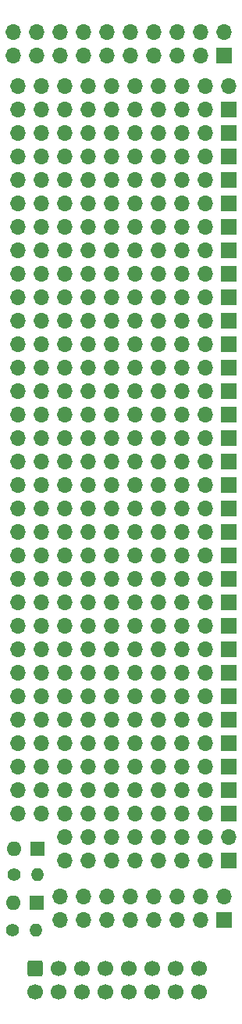
<source format=gts>
%TF.GenerationSoftware,KiCad,Pcbnew,(6.0.1)*%
%TF.CreationDate,2022-11-03T08:37:49-04:00*%
%TF.ProjectId,ER-PROTO-02-DB,45522d50-524f-4544-9f2d-30322d44422e,1*%
%TF.SameCoordinates,Original*%
%TF.FileFunction,Soldermask,Top*%
%TF.FilePolarity,Negative*%
%FSLAX46Y46*%
G04 Gerber Fmt 4.6, Leading zero omitted, Abs format (unit mm)*
G04 Created by KiCad (PCBNEW (6.0.1)) date 2022-11-03 08:37:49*
%MOMM*%
%LPD*%
G01*
G04 APERTURE LIST*
G04 Aperture macros list*
%AMRoundRect*
0 Rectangle with rounded corners*
0 $1 Rounding radius*
0 $2 $3 $4 $5 $6 $7 $8 $9 X,Y pos of 4 corners*
0 Add a 4 corners polygon primitive as box body*
4,1,4,$2,$3,$4,$5,$6,$7,$8,$9,$2,$3,0*
0 Add four circle primitives for the rounded corners*
1,1,$1+$1,$2,$3*
1,1,$1+$1,$4,$5*
1,1,$1+$1,$6,$7*
1,1,$1+$1,$8,$9*
0 Add four rect primitives between the rounded corners*
20,1,$1+$1,$2,$3,$4,$5,0*
20,1,$1+$1,$4,$5,$6,$7,0*
20,1,$1+$1,$6,$7,$8,$9,0*
20,1,$1+$1,$8,$9,$2,$3,0*%
G04 Aperture macros list end*
%ADD10R,1.600000X1.600000*%
%ADD11O,1.600000X1.600000*%
%ADD12C,1.400000*%
%ADD13O,1.400000X1.400000*%
%ADD14R,1.700000X1.700000*%
%ADD15O,1.700000X1.700000*%
%ADD16RoundRect,0.250000X-0.600000X0.600000X-0.600000X-0.600000X0.600000X-0.600000X0.600000X0.600000X0*%
%ADD17C,1.700000*%
G04 APERTURE END LIST*
D10*
%TO.C,D2*%
X103759000Y-100330000D03*
D11*
X101219000Y-100330000D03*
%TD*%
D10*
%TO.C,D1*%
X103660686Y-106172000D03*
D11*
X101120686Y-106172000D03*
%TD*%
D12*
%TO.C,R2*%
X101219000Y-103124000D03*
D13*
X103759000Y-103124000D03*
%TD*%
D12*
%TO.C,R1*%
X101015000Y-109093000D03*
D13*
X103555000Y-109093000D03*
%TD*%
D14*
%TO.C,J19*%
X124460000Y-45720000D03*
D15*
X121920000Y-45720000D03*
X119380000Y-45720000D03*
X116840000Y-45720000D03*
X114300000Y-45720000D03*
X111760000Y-45720000D03*
X109220000Y-45720000D03*
X106680000Y-45720000D03*
X104140000Y-45720000D03*
X101600000Y-45720000D03*
%TD*%
D14*
%TO.C,J11*%
X124460000Y-43180000D03*
D15*
X121920000Y-43180000D03*
X119380000Y-43180000D03*
X116840000Y-43180000D03*
X114300000Y-43180000D03*
X111760000Y-43180000D03*
X109220000Y-43180000D03*
X106680000Y-43180000D03*
X104140000Y-43180000D03*
X101600000Y-43180000D03*
%TD*%
D14*
%TO.C,J10*%
X124460000Y-60960000D03*
D15*
X121920000Y-60960000D03*
X119380000Y-60960000D03*
X116840000Y-60960000D03*
X114300000Y-60960000D03*
X111760000Y-60960000D03*
X109220000Y-60960000D03*
X106680000Y-60960000D03*
X104140000Y-60960000D03*
X101600000Y-60960000D03*
%TD*%
D14*
%TO.C,J4*%
X124460000Y-88900000D03*
D15*
X121920000Y-88900000D03*
X119380000Y-88900000D03*
X116840000Y-88900000D03*
X114300000Y-88900000D03*
X111760000Y-88900000D03*
X109220000Y-88900000D03*
X106680000Y-88900000D03*
X104140000Y-88900000D03*
X101600000Y-88900000D03*
%TD*%
D14*
%TO.C,J28*%
X124460000Y-20320000D03*
D15*
X124460000Y-17780000D03*
X121920000Y-20320000D03*
X121920000Y-17780000D03*
X119380000Y-20320000D03*
X119380000Y-17780000D03*
X116840000Y-20320000D03*
X116840000Y-17780000D03*
X114300000Y-20320000D03*
X114300000Y-17780000D03*
X111760000Y-20320000D03*
X111760000Y-17780000D03*
X109220000Y-20320000D03*
X109220000Y-17780000D03*
X106680000Y-20320000D03*
X106680000Y-17780000D03*
X104140000Y-20320000D03*
X104140000Y-17780000D03*
X101600000Y-20320000D03*
X101600000Y-17780000D03*
%TD*%
D14*
%TO.C,J21*%
X124460000Y-86360000D03*
D15*
X121920000Y-86360000D03*
X119380000Y-86360000D03*
X116840000Y-86360000D03*
X114300000Y-86360000D03*
X111760000Y-86360000D03*
X109220000Y-86360000D03*
X106680000Y-86360000D03*
X104140000Y-86360000D03*
X101600000Y-86360000D03*
%TD*%
D14*
%TO.C,J1*%
X124460000Y-76200000D03*
D15*
X121920000Y-76200000D03*
X119380000Y-76200000D03*
X116840000Y-76200000D03*
X114300000Y-76200000D03*
X111760000Y-76200000D03*
X109220000Y-76200000D03*
X106680000Y-76200000D03*
X104140000Y-76200000D03*
X101600000Y-76200000D03*
%TD*%
D14*
%TO.C,J36*%
X124460000Y-22860000D03*
D15*
X121920000Y-22860000D03*
X119380000Y-22860000D03*
X116840000Y-22860000D03*
X114300000Y-22860000D03*
X111760000Y-22860000D03*
X109220000Y-22860000D03*
X106680000Y-22860000D03*
X104140000Y-22860000D03*
X101600000Y-22860000D03*
%TD*%
D14*
%TO.C,J24*%
X124460000Y-93980000D03*
D15*
X121920000Y-93980000D03*
X119380000Y-93980000D03*
X116840000Y-93980000D03*
X114300000Y-93980000D03*
X111760000Y-93980000D03*
X109220000Y-93980000D03*
X106680000Y-93980000D03*
X104140000Y-93980000D03*
X101600000Y-93980000D03*
%TD*%
D14*
%TO.C,J14*%
X124460000Y-78740000D03*
D15*
X121920000Y-78740000D03*
X119380000Y-78740000D03*
X116840000Y-78740000D03*
X114300000Y-78740000D03*
X111760000Y-78740000D03*
X109220000Y-78740000D03*
X106680000Y-78740000D03*
X104140000Y-78740000D03*
X101600000Y-78740000D03*
%TD*%
D14*
%TO.C,J2*%
X124460000Y-83820000D03*
D15*
X121920000Y-83820000D03*
X119380000Y-83820000D03*
X116840000Y-83820000D03*
X114300000Y-83820000D03*
X111760000Y-83820000D03*
X109220000Y-83820000D03*
X106680000Y-83820000D03*
X104140000Y-83820000D03*
X101600000Y-83820000D03*
%TD*%
D14*
%TO.C,J32*%
X124460000Y-30480000D03*
D15*
X121920000Y-30480000D03*
X119380000Y-30480000D03*
X116840000Y-30480000D03*
X114300000Y-30480000D03*
X111760000Y-30480000D03*
X109220000Y-30480000D03*
X106680000Y-30480000D03*
X104140000Y-30480000D03*
X101600000Y-30480000D03*
%TD*%
D14*
%TO.C,J29*%
X124460000Y-101600000D03*
D15*
X124460000Y-99060000D03*
X121920000Y-101600000D03*
X121920000Y-99060000D03*
X119380000Y-101600000D03*
X119380000Y-99060000D03*
X116840000Y-101600000D03*
X116840000Y-99060000D03*
X114300000Y-101600000D03*
X114300000Y-99060000D03*
X111760000Y-101600000D03*
X111760000Y-99060000D03*
X109220000Y-101600000D03*
X109220000Y-99060000D03*
X106680000Y-101600000D03*
X106680000Y-99060000D03*
%TD*%
D14*
%TO.C,J6*%
X124460000Y-66040000D03*
D15*
X121920000Y-66040000D03*
X119380000Y-66040000D03*
X116840000Y-66040000D03*
X114300000Y-66040000D03*
X111760000Y-66040000D03*
X109220000Y-66040000D03*
X106680000Y-66040000D03*
X104140000Y-66040000D03*
X101600000Y-66040000D03*
%TD*%
D14*
%TO.C,J20*%
X124460000Y-71120000D03*
D15*
X121920000Y-71120000D03*
X119380000Y-71120000D03*
X116840000Y-71120000D03*
X114300000Y-71120000D03*
X111760000Y-71120000D03*
X109220000Y-71120000D03*
X106680000Y-71120000D03*
X104140000Y-71120000D03*
X101600000Y-71120000D03*
%TD*%
D14*
%TO.C,J26*%
X124460000Y-50800000D03*
D15*
X121920000Y-50800000D03*
X119380000Y-50800000D03*
X116840000Y-50800000D03*
X114300000Y-50800000D03*
X111760000Y-50800000D03*
X109220000Y-50800000D03*
X106680000Y-50800000D03*
X104140000Y-50800000D03*
X101600000Y-50800000D03*
%TD*%
D14*
%TO.C,J12*%
X124460000Y-58420000D03*
D15*
X121920000Y-58420000D03*
X119380000Y-58420000D03*
X116840000Y-58420000D03*
X114300000Y-58420000D03*
X111760000Y-58420000D03*
X109220000Y-58420000D03*
X106680000Y-58420000D03*
X104140000Y-58420000D03*
X101600000Y-58420000D03*
%TD*%
D14*
%TO.C,J17*%
X124460000Y-38100000D03*
D15*
X121920000Y-38100000D03*
X119380000Y-38100000D03*
X116840000Y-38100000D03*
X114300000Y-38100000D03*
X111760000Y-38100000D03*
X109220000Y-38100000D03*
X106680000Y-38100000D03*
X104140000Y-38100000D03*
X101600000Y-38100000D03*
%TD*%
D14*
%TO.C,J22*%
X124460000Y-91440000D03*
D15*
X121920000Y-91440000D03*
X119380000Y-91440000D03*
X116840000Y-91440000D03*
X114300000Y-91440000D03*
X111760000Y-91440000D03*
X109220000Y-91440000D03*
X106680000Y-91440000D03*
X104140000Y-91440000D03*
X101600000Y-91440000D03*
%TD*%
D14*
%TO.C,J13*%
X124460000Y-73660000D03*
D15*
X121920000Y-73660000D03*
X119380000Y-73660000D03*
X116840000Y-73660000D03*
X114300000Y-73660000D03*
X111760000Y-73660000D03*
X109220000Y-73660000D03*
X106680000Y-73660000D03*
X104140000Y-73660000D03*
X101600000Y-73660000D03*
%TD*%
D14*
%TO.C,J31*%
X124460000Y-27940000D03*
D15*
X121920000Y-27940000D03*
X119380000Y-27940000D03*
X116840000Y-27940000D03*
X114300000Y-27940000D03*
X111760000Y-27940000D03*
X109220000Y-27940000D03*
X106680000Y-27940000D03*
X104140000Y-27940000D03*
X101600000Y-27940000D03*
%TD*%
D16*
%TO.C,J9*%
X103500000Y-113247500D03*
D17*
X103500000Y-115787500D03*
X106040000Y-113247500D03*
X106040000Y-115787500D03*
X108580000Y-113247500D03*
X108580000Y-115787500D03*
X111120000Y-113247500D03*
X111120000Y-115787500D03*
X113660000Y-113247500D03*
X113660000Y-115787500D03*
X116200000Y-113247500D03*
X116200000Y-115787500D03*
X118740000Y-113247500D03*
X118740000Y-115787500D03*
X121280000Y-113247500D03*
X121280000Y-115787500D03*
%TD*%
D14*
%TO.C,J25*%
X124460000Y-48260000D03*
D15*
X121920000Y-48260000D03*
X119380000Y-48260000D03*
X116840000Y-48260000D03*
X114300000Y-48260000D03*
X111760000Y-48260000D03*
X109220000Y-48260000D03*
X106680000Y-48260000D03*
X104140000Y-48260000D03*
X101600000Y-48260000D03*
%TD*%
D14*
%TO.C,J18*%
X124460000Y-40640000D03*
D15*
X121920000Y-40640000D03*
X119380000Y-40640000D03*
X116840000Y-40640000D03*
X114300000Y-40640000D03*
X111760000Y-40640000D03*
X109220000Y-40640000D03*
X106680000Y-40640000D03*
X104140000Y-40640000D03*
X101600000Y-40640000D03*
%TD*%
D14*
%TO.C,J23*%
X124460000Y-68580000D03*
D15*
X121920000Y-68580000D03*
X119380000Y-68580000D03*
X116840000Y-68580000D03*
X114300000Y-68580000D03*
X111760000Y-68580000D03*
X109220000Y-68580000D03*
X106680000Y-68580000D03*
X104140000Y-68580000D03*
X101600000Y-68580000D03*
%TD*%
D14*
%TO.C,J27*%
X124460000Y-81280000D03*
D15*
X121920000Y-81280000D03*
X119380000Y-81280000D03*
X116840000Y-81280000D03*
X114300000Y-81280000D03*
X111760000Y-81280000D03*
X109220000Y-81280000D03*
X106680000Y-81280000D03*
X104140000Y-81280000D03*
X101600000Y-81280000D03*
%TD*%
D14*
%TO.C,J30*%
X124460000Y-35560000D03*
D15*
X121920000Y-35560000D03*
X119380000Y-35560000D03*
X116840000Y-35560000D03*
X114300000Y-35560000D03*
X111760000Y-35560000D03*
X109220000Y-35560000D03*
X106680000Y-35560000D03*
X104140000Y-35560000D03*
X101600000Y-35560000D03*
%TD*%
D14*
%TO.C,J5*%
X124460000Y-55880000D03*
D15*
X121920000Y-55880000D03*
X119380000Y-55880000D03*
X116840000Y-55880000D03*
X114300000Y-55880000D03*
X111760000Y-55880000D03*
X109220000Y-55880000D03*
X106680000Y-55880000D03*
X104140000Y-55880000D03*
X101600000Y-55880000D03*
%TD*%
D14*
%TO.C,J16*%
X124460000Y-63500000D03*
D15*
X121920000Y-63500000D03*
X119380000Y-63500000D03*
X116840000Y-63500000D03*
X114300000Y-63500000D03*
X111760000Y-63500000D03*
X109220000Y-63500000D03*
X106680000Y-63500000D03*
X104140000Y-63500000D03*
X101600000Y-63500000D03*
%TD*%
D14*
%TO.C,J8*%
X124000000Y-14500000D03*
D15*
X124000000Y-11960000D03*
X121460000Y-14500000D03*
X121460000Y-11960000D03*
X118920000Y-14500000D03*
X118920000Y-11960000D03*
X116380000Y-14500000D03*
X116380000Y-11960000D03*
X113840000Y-14500000D03*
X113840000Y-11960000D03*
X111300000Y-14500000D03*
X111300000Y-11960000D03*
X108760000Y-14500000D03*
X108760000Y-11960000D03*
X106220000Y-14500000D03*
X106220000Y-11960000D03*
X103680000Y-14500000D03*
X103680000Y-11960000D03*
X101140000Y-14500000D03*
X101140000Y-11960000D03*
%TD*%
D14*
%TO.C,J7*%
X124000000Y-108000000D03*
D15*
X124000000Y-105460000D03*
X121460000Y-108000000D03*
X121460000Y-105460000D03*
X118920000Y-108000000D03*
X118920000Y-105460000D03*
X116380000Y-108000000D03*
X116380000Y-105460000D03*
X113840000Y-108000000D03*
X113840000Y-105460000D03*
X111300000Y-108000000D03*
X111300000Y-105460000D03*
X108760000Y-108000000D03*
X108760000Y-105460000D03*
X106220000Y-108000000D03*
X106220000Y-105460000D03*
%TD*%
D14*
%TO.C,J33*%
X124460000Y-33020000D03*
D15*
X121920000Y-33020000D03*
X119380000Y-33020000D03*
X116840000Y-33020000D03*
X114300000Y-33020000D03*
X111760000Y-33020000D03*
X109220000Y-33020000D03*
X106680000Y-33020000D03*
X104140000Y-33020000D03*
X101600000Y-33020000D03*
%TD*%
D14*
%TO.C,J15*%
X124460000Y-96520000D03*
D15*
X121920000Y-96520000D03*
X119380000Y-96520000D03*
X116840000Y-96520000D03*
X114300000Y-96520000D03*
X111760000Y-96520000D03*
X109220000Y-96520000D03*
X106680000Y-96520000D03*
X104140000Y-96520000D03*
X101600000Y-96520000D03*
%TD*%
D14*
%TO.C,J3*%
X124460000Y-53340000D03*
D15*
X121920000Y-53340000D03*
X119380000Y-53340000D03*
X116840000Y-53340000D03*
X114300000Y-53340000D03*
X111760000Y-53340000D03*
X109220000Y-53340000D03*
X106680000Y-53340000D03*
X104140000Y-53340000D03*
X101600000Y-53340000D03*
%TD*%
D14*
%TO.C,J35*%
X124460000Y-25400000D03*
D15*
X121920000Y-25400000D03*
X119380000Y-25400000D03*
X116840000Y-25400000D03*
X114300000Y-25400000D03*
X111760000Y-25400000D03*
X109220000Y-25400000D03*
X106680000Y-25400000D03*
X104140000Y-25400000D03*
X101600000Y-25400000D03*
%TD*%
M02*

</source>
